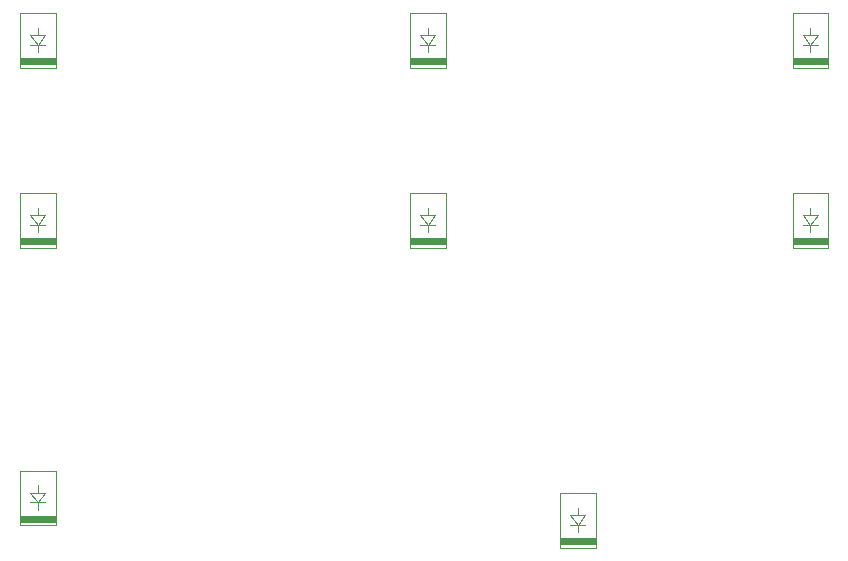
<source format=gbr>
%FSLAX34Y34*%
%MOMM*%
%LNSILK_BOTTOM*%
G71*
G01*
%ADD10C, 0.000*%
%LPD*%
G54D10*
X93449Y-143224D02*
X93449Y-97224D01*
X63449Y-97224D01*
X63449Y-143224D01*
X93449Y-143224D01*
G36*
X63449Y-140224D02*
X93449Y-140224D01*
X93449Y-135224D01*
X63449Y-135224D01*
X63449Y-140224D01*
G37*
G54D10*
X63449Y-140224D02*
X93449Y-140224D01*
X93449Y-135224D01*
X63449Y-135224D01*
X63449Y-140224D01*
G54D10*
X78449Y-130224D02*
X78449Y-123824D01*
X84749Y-123824D01*
X72049Y-123824D01*
X78449Y-123824D01*
X84749Y-115924D01*
X72049Y-115924D01*
X78449Y-123824D01*
G54D10*
X78449Y-115924D02*
X78449Y-109524D01*
G54D10*
X423649Y-143224D02*
X423649Y-97224D01*
X393649Y-97224D01*
X393649Y-143224D01*
X423649Y-143224D01*
G36*
X393649Y-140224D02*
X423649Y-140224D01*
X423649Y-135224D01*
X393649Y-135224D01*
X393649Y-140224D01*
G37*
G54D10*
X393649Y-140224D02*
X423649Y-140224D01*
X423649Y-135224D01*
X393649Y-135224D01*
X393649Y-140224D01*
G54D10*
X408649Y-130224D02*
X408649Y-123824D01*
X414949Y-123824D01*
X402249Y-123824D01*
X408649Y-123824D01*
X414949Y-115924D01*
X402249Y-115924D01*
X408649Y-123824D01*
G54D10*
X408649Y-115924D02*
X408649Y-109524D01*
G54D10*
X747499Y-143224D02*
X747499Y-97224D01*
X717499Y-97224D01*
X717499Y-143224D01*
X747499Y-143224D01*
G36*
X717499Y-140224D02*
X747499Y-140224D01*
X747499Y-135224D01*
X717499Y-135224D01*
X717499Y-140224D01*
G37*
G54D10*
X717499Y-140224D02*
X747499Y-140224D01*
X747499Y-135224D01*
X717499Y-135224D01*
X717499Y-140224D01*
G54D10*
X732499Y-130224D02*
X732499Y-123824D01*
X738799Y-123824D01*
X726099Y-123824D01*
X732499Y-123824D01*
X738799Y-115924D01*
X726099Y-115924D01*
X732499Y-123824D01*
G54D10*
X732499Y-115924D02*
X732499Y-109524D01*
G54D10*
X93449Y-295624D02*
X93449Y-249624D01*
X63449Y-249624D01*
X63449Y-295624D01*
X93449Y-295624D01*
G36*
X63449Y-292624D02*
X93449Y-292624D01*
X93449Y-287624D01*
X63449Y-287624D01*
X63449Y-292624D01*
G37*
G54D10*
X63449Y-292624D02*
X93449Y-292624D01*
X93449Y-287624D01*
X63449Y-287624D01*
X63449Y-292624D01*
G54D10*
X78449Y-282624D02*
X78449Y-276224D01*
X84749Y-276224D01*
X72049Y-276224D01*
X78449Y-276224D01*
X84749Y-268324D01*
X72049Y-268324D01*
X78449Y-276224D01*
G54D10*
X78449Y-268324D02*
X78449Y-261924D01*
G54D10*
X423649Y-295624D02*
X423649Y-249624D01*
X393649Y-249624D01*
X393649Y-295624D01*
X423649Y-295624D01*
G36*
X393649Y-292624D02*
X423649Y-292624D01*
X423649Y-287624D01*
X393649Y-287624D01*
X393649Y-292624D01*
G37*
G54D10*
X393649Y-292624D02*
X423649Y-292624D01*
X423649Y-287624D01*
X393649Y-287624D01*
X393649Y-292624D01*
G54D10*
X408649Y-282624D02*
X408649Y-276224D01*
X414949Y-276224D01*
X402249Y-276224D01*
X408649Y-276224D01*
X414949Y-268324D01*
X402249Y-268324D01*
X408649Y-276224D01*
G54D10*
X408649Y-268324D02*
X408649Y-261924D01*
G54D10*
X747499Y-295624D02*
X747499Y-249624D01*
X717499Y-249624D01*
X717499Y-295624D01*
X747499Y-295624D01*
G36*
X717499Y-292624D02*
X747499Y-292624D01*
X747499Y-287624D01*
X717499Y-287624D01*
X717499Y-292624D01*
G37*
G54D10*
X717499Y-292624D02*
X747499Y-292624D01*
X747499Y-287624D01*
X717499Y-287624D01*
X717499Y-292624D01*
G54D10*
X732499Y-282624D02*
X732499Y-276224D01*
X738799Y-276224D01*
X726099Y-276224D01*
X732499Y-276224D01*
X738799Y-268324D01*
X726099Y-268324D01*
X732499Y-276224D01*
G54D10*
X732499Y-268324D02*
X732499Y-261924D01*
G54D10*
X550649Y-549624D02*
X550649Y-503624D01*
X520649Y-503624D01*
X520649Y-549624D01*
X550649Y-549624D01*
G36*
X520649Y-546624D02*
X550649Y-546624D01*
X550649Y-541624D01*
X520649Y-541624D01*
X520649Y-546624D01*
G37*
G54D10*
X520649Y-546624D02*
X550649Y-546624D01*
X550649Y-541624D01*
X520649Y-541624D01*
X520649Y-546624D01*
G54D10*
X535649Y-536624D02*
X535649Y-530224D01*
X541949Y-530224D01*
X529249Y-530224D01*
X535649Y-530224D01*
X541949Y-522324D01*
X529249Y-522324D01*
X535649Y-530224D01*
G54D10*
X535649Y-522324D02*
X535649Y-515924D01*
G54D10*
X93449Y-530574D02*
X93449Y-484574D01*
X63449Y-484574D01*
X63449Y-530574D01*
X93449Y-530574D01*
G36*
X63449Y-527574D02*
X93449Y-527574D01*
X93449Y-522574D01*
X63449Y-522574D01*
X63449Y-527574D01*
G37*
G54D10*
X63449Y-527574D02*
X93449Y-527574D01*
X93449Y-522574D01*
X63449Y-522574D01*
X63449Y-527574D01*
G54D10*
X78449Y-517574D02*
X78449Y-511174D01*
X84749Y-511174D01*
X72049Y-511174D01*
X78449Y-511174D01*
X84749Y-503274D01*
X72049Y-503274D01*
X78449Y-511174D01*
G54D10*
X78449Y-503274D02*
X78449Y-496874D01*
M02*

</source>
